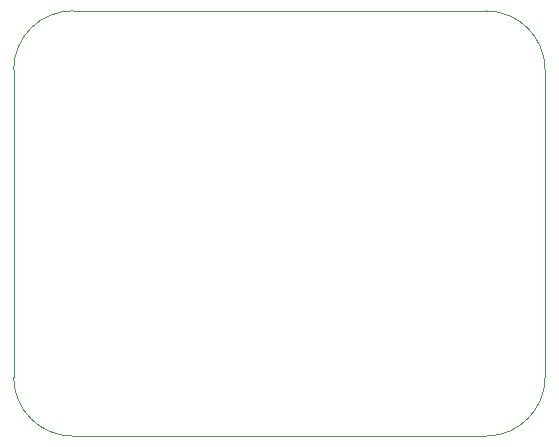
<source format=gbr>
%TF.GenerationSoftware,KiCad,Pcbnew,8.0.6*%
%TF.CreationDate,2025-01-05T16:59:03-06:00*%
%TF.ProjectId,wien + distortion,7769656e-202b-4206-9469-73746f727469,rev?*%
%TF.SameCoordinates,Original*%
%TF.FileFunction,Profile,NP*%
%FSLAX46Y46*%
G04 Gerber Fmt 4.6, Leading zero omitted, Abs format (unit mm)*
G04 Created by KiCad (PCBNEW 8.0.6) date 2025-01-05 16:59:03*
%MOMM*%
%LPD*%
G01*
G04 APERTURE LIST*
%TA.AperFunction,Profile*%
%ADD10C,0.050000*%
%TD*%
G04 APERTURE END LIST*
D10*
X92000000Y-75000000D02*
X57000000Y-75000000D01*
X97000000Y-106000000D02*
G75*
G02*
X92000000Y-111000000I-5000000J0D01*
G01*
X57000000Y-111000000D02*
X92000000Y-111000000D01*
X52000000Y-80000000D02*
X52000000Y-106000000D01*
X57000000Y-111000000D02*
G75*
G02*
X52000000Y-106000000I0J5000000D01*
G01*
X97000000Y-106000000D02*
X97000000Y-80000000D01*
X52000000Y-80000000D02*
G75*
G02*
X57000000Y-75000000I5000000J0D01*
G01*
X92000000Y-75000000D02*
G75*
G02*
X97000000Y-80000000I0J-5000000D01*
G01*
M02*

</source>
